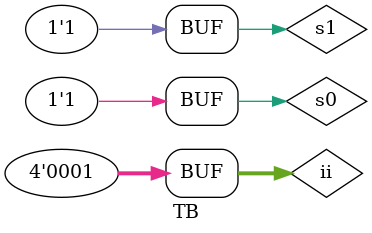
<source format=v>
module TB;
    reg [0:3]ii;
    reg s0;reg s1;
    wire yy;
    mux4 newMUX(.i(ii), .j0(s0),.j1(s1),.o(yy));
    initial begin
        ii = 4'b0000;s0=1'b0;s1=1'b0;
        #5      ii = 4'b1000;s0=1'b0;s1=1'b0;
        #5      ii = 4'b0000;s0=1'b0;s1=1'b1;
        #5      ii = 4'b0100;s0=1'b0;s1=1'b1;
        #5      ii = 4'b0000;s0=1'b1;s1=1'b0;
        #5      ii = 4'b0010;s0=1'b1;s1=1'b0;
        #5      ii = 4'b0000;s0=1'b1;s1=1'b1;
        #5      ii = 4'b0001;s0=1'b1;s1=1'b1;
    end
    initial begin
        $monitor("Time = %0t: ii = %b, s0 = %b, s1 = %b, yy = %b", $time, ii, s0, s1, yy);
    end
    initial begin
        $dumpfile("MUX4_test.vcd");
        $dumpvars(0, TB);
    end
endmodule

</source>
